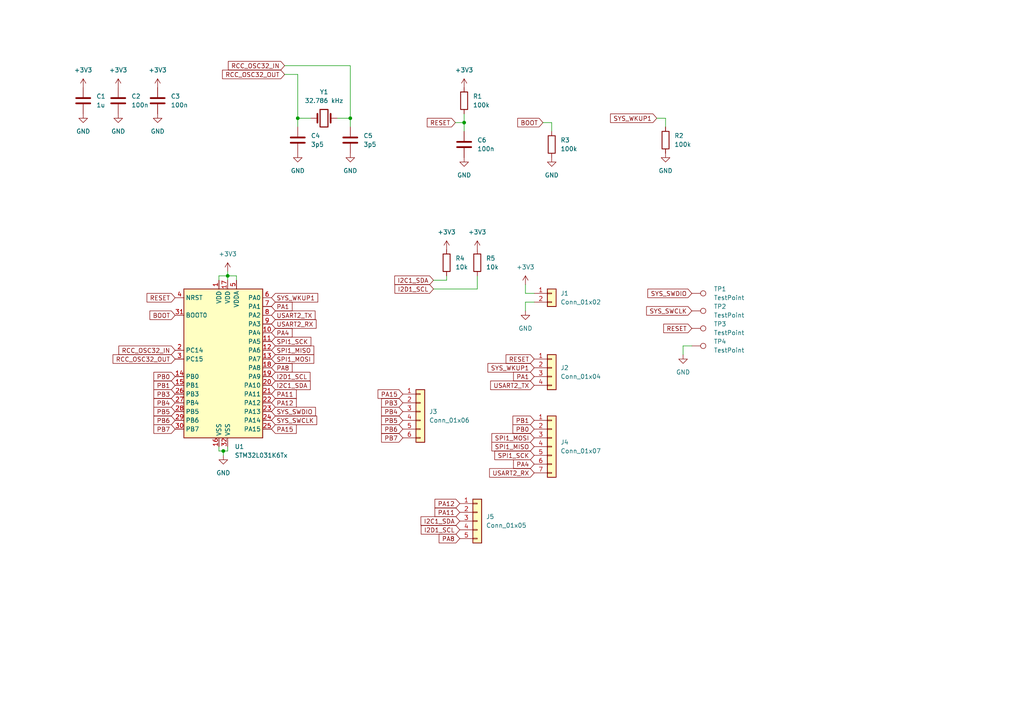
<source format=kicad_sch>
(kicad_sch (version 20211123) (generator eeschema)
  (paper "A4")
  (lib_symbols
    (symbol "Connector:TestPoint" (pin_numbers hide) (pin_names (offset 0.762) hide)
      (property "Reference" "TP" (at 0 6.858 0))
      (property "Value" "TestPoint" (at 0 5.08 0))
      (symbol "TestPoint_0_1"
        (circle (center 0 3.302) (radius 0.762))
      )
      (symbol "TestPoint_1_1"
        (pin passive line (at 0 0 90) (length 2.54) (name "1") (number "1"))
      )
    )
    (symbol "Connector_Generic:Conn_01x02" (pin_names (offset 1.016) hide)
      (property "Reference" "J" (at 0 2.54 0))
      (property "Value" "Conn_01x02" (at 0 -5.08 0))
      (symbol "Conn_01x02_1_1"
        (rectangle (start -1.27 -2.413) (end 0 -2.667) (stroke (width 0.1524)))
        (rectangle (start -1.27 0.127) (end 0 -0.127) (stroke (width 0.1524)))
        (rectangle (start -1.27 1.27) (end 1.27 -3.81) (stroke (width 0.254)) (fill (type background)))
        (pin passive line (at -5.08 0 0) (length 3.81) (name "Pin_1") (number "1"))
        (pin passive line (at -5.08 -2.54 0) (length 3.81) (name "Pin_2") (number "2"))
      )
    )
    (symbol "Connector_Generic:Conn_01x04" (pin_names (offset 1.016) hide)
      (property "Reference" "J" (at 0 5.08 0))
      (property "Value" "Conn_01x04" (at 0 -7.62 0))
      (symbol "Conn_01x04_1_1"
        (rectangle (start -1.27 -4.953) (end 0 -5.207) (stroke (width 0.1524)))
        (rectangle (start -1.27 -2.413) (end 0 -2.667) (stroke (width 0.1524)))
        (rectangle (start -1.27 0.127) (end 0 -0.127) (stroke (width 0.1524)))
        (rectangle (start -1.27 2.667) (end 0 2.413) (stroke (width 0.1524)))
        (rectangle (start -1.27 3.81) (end 1.27 -6.35) (stroke (width 0.254)) (fill (type background)))
        (pin passive line (at -5.08 2.54 0) (length 3.81) (name "Pin_1") (number "1"))
        (pin passive line (at -5.08 0 0) (length 3.81) (name "Pin_2") (number "2"))
        (pin passive line (at -5.08 -2.54 0) (length 3.81) (name "Pin_3") (number "3"))
        (pin passive line (at -5.08 -5.08 0) (length 3.81) (name "Pin_4") (number "4"))
      )
    )
    (symbol "Connector_Generic:Conn_01x05" (pin_names (offset 1.016) hide)
      (property "Reference" "J" (at 0 7.62 0))
      (property "Value" "Conn_01x05" (at 0 -7.62 0))
      (symbol "Conn_01x05_1_1"
        (rectangle (start -1.27 -4.953) (end 0 -5.207) (stroke (width 0.1524)))
        (rectangle (start -1.27 -2.413) (end 0 -2.667) (stroke (width 0.1524)))
        (rectangle (start -1.27 0.127) (end 0 -0.127) (stroke (width 0.1524)))
        (rectangle (start -1.27 2.667) (end 0 2.413) (stroke (width 0.1524)))
        (rectangle (start -1.27 5.207) (end 0 4.953) (stroke (width 0.1524)))
        (rectangle (start -1.27 6.35) (end 1.27 -6.35) (stroke (width 0.254)) (fill (type background)))
        (pin passive line (at -5.08 5.08 0) (length 3.81) (name "Pin_1") (number "1"))
        (pin passive line (at -5.08 2.54 0) (length 3.81) (name "Pin_2") (number "2"))
        (pin passive line (at -5.08 0 0) (length 3.81) (name "Pin_3") (number "3"))
        (pin passive line (at -5.08 -2.54 0) (length 3.81) (name "Pin_4") (number "4"))
        (pin passive line (at -5.08 -5.08 0) (length 3.81) (name "Pin_5") (number "5"))
      )
    )
    (symbol "Connector_Generic:Conn_01x06" (pin_names (offset 1.016) hide)
      (property "Reference" "J" (at 0 7.62 0))
      (property "Value" "Conn_01x06" (at 0 -10.16 0))
      (symbol "Conn_01x06_1_1"
        (rectangle (start -1.27 -7.493) (end 0 -7.747) (stroke (width 0.1524)))
        (rectangle (start -1.27 -4.953) (end 0 -5.207) (stroke (width 0.1524)))
        (rectangle (start -1.27 -2.413) (end 0 -2.667) (stroke (width 0.1524)))
        (rectangle (start -1.27 0.127) (end 0 -0.127) (stroke (width 0.1524)))
        (rectangle (start -1.27 2.667) (end 0 2.413) (stroke (width 0.1524)))
        (rectangle (start -1.27 5.207) (end 0 4.953) (stroke (width 0.1524)))
        (rectangle (start -1.27 6.35) (end 1.27 -8.89) (stroke (width 0.254)) (fill (type background)))
        (pin passive line (at -5.08 5.08 0) (length 3.81) (name "Pin_1") (number "1"))
        (pin passive line (at -5.08 2.54 0) (length 3.81) (name "Pin_2") (number "2"))
        (pin passive line (at -5.08 0 0) (length 3.81) (name "Pin_3") (number "3"))
        (pin passive line (at -5.08 -2.54 0) (length 3.81) (name "Pin_4") (number "4"))
        (pin passive line (at -5.08 -5.08 0) (length 3.81) (name "Pin_5") (number "5"))
        (pin passive line (at -5.08 -7.62 0) (length 3.81) (name "Pin_6") (number "6"))
      )
    )
    (symbol "Connector_Generic:Conn_01x07" (pin_names (offset 1.016) hide)
      (property "Reference" "J" (at 0 10.16 0))
      (property "Value" "Conn_01x07" (at 0 -10.16 0))
      (symbol "Conn_01x07_1_1"
        (rectangle (start -1.27 -7.493) (end 0 -7.747) (stroke (width 0.1524)))
        (rectangle (start -1.27 -4.953) (end 0 -5.207) (stroke (width 0.1524)))
        (rectangle (start -1.27 -2.413) (end 0 -2.667) (stroke (width 0.1524)))
        (rectangle (start -1.27 0.127) (end 0 -0.127) (stroke (width 0.1524)))
        (rectangle (start -1.27 2.667) (end 0 2.413) (stroke (width 0.1524)))
        (rectangle (start -1.27 5.207) (end 0 4.953) (stroke (width 0.1524)))
        (rectangle (start -1.27 7.747) (end 0 7.493) (stroke (width 0.1524)))
        (rectangle (start -1.27 8.89) (end 1.27 -8.89) (stroke (width 0.254)) (fill (type background)))
        (pin passive line (at -5.08 7.62 0) (length 3.81) (name "Pin_1") (number "1"))
        (pin passive line (at -5.08 5.08 0) (length 3.81) (name "Pin_2") (number "2"))
        (pin passive line (at -5.08 2.54 0) (length 3.81) (name "Pin_3") (number "3"))
        (pin passive line (at -5.08 0 0) (length 3.81) (name "Pin_4") (number "4"))
        (pin passive line (at -5.08 -2.54 0) (length 3.81) (name "Pin_5") (number "5"))
        (pin passive line (at -5.08 -5.08 0) (length 3.81) (name "Pin_6") (number "6"))
        (pin passive line (at -5.08 -7.62 0) (length 3.81) (name "Pin_7") (number "7"))
      )
    )
    (symbol "Device:C" (pin_numbers hide) (pin_names (offset 0.254))
      (property "Reference" "C" (at 0.635 2.54 0))
      (property "Value" "C" (at 0.635 -2.54 0))
      (symbol "C_0_1"
        (polyline (pts (xy -2.032 -0.762) (xy 2.032 -0.762)) (stroke (width 0.508)))
        (polyline (pts (xy -2.032 0.762) (xy 2.032 0.762)) (stroke (width 0.508)))
      )
      (symbol "C_1_1"
        (pin passive line (at 0 3.81 270) (length 2.794) (name "~") (number "1"))
        (pin passive line (at 0 -3.81 90) (length 2.794) (name "~") (number "2"))
      )
    )
    (symbol "Device:Crystal" (pin_numbers hide) (pin_names (offset 1.016) hide)
      (property "Reference" "Y" (at 0 3.81 0))
      (property "Value" "Crystal" (at 0 -3.81 0))
      (symbol "Crystal_0_1"
        (rectangle (start -1.143 2.54) (end 1.143 -2.54) (stroke (width 0.3048)))
        (polyline (pts (xy -2.54 0) (xy -1.905 0)))
        (polyline (pts (xy -1.905 -1.27) (xy -1.905 1.27)) (stroke (width 0.508)))
        (polyline (pts (xy 1.905 -1.27) (xy 1.905 1.27)) (stroke (width 0.508)))
        (polyline (pts (xy 2.54 0) (xy 1.905 0)))
      )
      (symbol "Crystal_1_1"
        (pin passive line (at -3.81 0 0) (length 1.27) (name "1") (number "1"))
        (pin passive line (at 3.81 0 180) (length 1.27) (name "2") (number "2"))
      )
    )
    (symbol "Device:R" (pin_numbers hide) (pin_names (offset 0))
      (property "Reference" "R" (at 2.032 0 90))
      (property "Value" "R" (at 0 0 90))
      (symbol "R_0_1"
        (rectangle (start -1.016 -2.54) (end 1.016 2.54) (stroke (width 0.254)))
      )
      (symbol "R_1_1"
        (pin passive line (at 0 3.81 270) (length 1.27) (name "~") (number "1"))
        (pin passive line (at 0 -3.81 90) (length 1.27) (name "~") (number "2"))
      )
    )
    (symbol "MCU_ST_STM32L0:STM32L031K6Tx"
      (property "Reference" "U" (at -12.7 21.59 0))
      (property "Value" "STM32L031K6Tx" (at 5.08 21.59 0))
      (symbol "STM32L031K6Tx_0_1"
        (rectangle (start -12.7 -22.86) (end 10.16 20.32) (stroke (width 0.254)) (fill (type background)))
      )
      (symbol "STM32L031K6Tx_1_1"
        (pin power_in line (at -2.54 22.86 270) (length 2.54) (name "VDD") (number "1"))
        (pin bidirectional line (at 12.7 7.62 180) (length 2.54) (name "PA4") (number "10"))
        (pin bidirectional line (at 12.7 5.08 180) (length 2.54) (name "PA5") (number "11"))
        (pin bidirectional line (at 12.7 2.54 180) (length 2.54) (name "PA6") (number "12"))
        (pin bidirectional line (at 12.7 0 180) (length 2.54) (name "PA7") (number "13"))
        (pin bidirectional line (at -15.24 -5.08 0) (length 2.54) (name "PB0") (number "14"))
        (pin bidirectional line (at -15.24 -7.62 0) (length 2.54) (name "PB1") (number "15"))
        (pin power_in line (at -2.54 -25.4 90) (length 2.54) (name "VSS") (number "16"))
        (pin power_in line (at 0 22.86 270) (length 2.54) (name "VDD") (number "17"))
        (pin bidirectional line (at 12.7 -2.54 180) (length 2.54) (name "PA8") (number "18"))
        (pin bidirectional line (at 12.7 -5.08 180) (length 2.54) (name "PA9") (number "19"))
        (pin bidirectional line (at -15.24 2.54 0) (length 2.54) (name "PC14") (number "2"))
        (pin bidirectional line (at 12.7 -7.62 180) (length 2.54) (name "PA10") (number "20"))
        (pin bidirectional line (at 12.7 -10.16 180) (length 2.54) (name "PA11") (number "21"))
        (pin bidirectional line (at 12.7 -12.7 180) (length 2.54) (name "PA12") (number "22"))
        (pin bidirectional line (at 12.7 -15.24 180) (length 2.54) (name "PA13") (number "23"))
        (pin bidirectional line (at 12.7 -17.78 180) (length 2.54) (name "PA14") (number "24"))
        (pin bidirectional line (at 12.7 -20.32 180) (length 2.54) (name "PA15") (number "25"))
        (pin bidirectional line (at -15.24 -10.16 0) (length 2.54) (name "PB3") (number "26"))
        (pin bidirectional line (at -15.24 -12.7 0) (length 2.54) (name "PB4") (number "27"))
        (pin bidirectional line (at -15.24 -15.24 0) (length 2.54) (name "PB5") (number "28"))
        (pin bidirectional line (at -15.24 -17.78 0) (length 2.54) (name "PB6") (number "29"))
        (pin bidirectional line (at -15.24 0 0) (length 2.54) (name "PC15") (number "3"))
        (pin bidirectional line (at -15.24 -20.32 0) (length 2.54) (name "PB7") (number "30"))
        (pin input line (at -15.24 12.7 0) (length 2.54) (name "BOOT0") (number "31"))
        (pin power_in line (at 0 -25.4 90) (length 2.54) (name "VSS") (number "32"))
        (pin input line (at -15.24 17.78 0) (length 2.54) (name "NRST") (number "4"))
        (pin power_in line (at 2.54 22.86 270) (length 2.54) (name "VDDA") (number "5"))
        (pin bidirectional line (at 12.7 17.78 180) (length 2.54) (name "PA0") (number "6"))
        (pin bidirectional line (at 12.7 15.24 180) (length 2.54) (name "PA1") (number "7"))
        (pin bidirectional line (at 12.7 12.7 180) (length 2.54) (name "PA2") (number "8"))
        (pin bidirectional line (at 12.7 10.16 180) (length 2.54) (name "PA3") (number "9"))
      )
    )
    (symbol "power:+3V3" (power) (pin_names (offset 0))
      (property "Value" "+3V3" (at 0 3.556 0))
      (symbol "+3V3_0_1"
        (polyline (pts (xy -0.762 1.27) (xy 0 2.54)))
        (polyline (pts (xy 0 0) (xy 0 2.54)))
        (polyline (pts (xy 0 2.54) (xy 0.762 1.27)))
      )
      (symbol "+3V3_1_1"
        (pin power_in line (at 0 0 90) (length 0) hide (name "+3V3") (number "1"))
      )
    )
    (symbol "power:GND" (power) (pin_names (offset 0))
      (property "Value" "GND" (at 0 -3.81 0))
      (symbol "GND_0_1"
        (polyline (pts (xy 0 0) (xy 0 -1.27) (xy 1.27 -1.27) (xy 0 -2.54) (xy -1.27 -1.27) (xy 0 -1.27)))
      )
      (symbol "GND_1_1"
        (pin power_in line (at 0 0 270) (length 0) hide (name "GND") (number "1"))
      )
    )
  )
  (junction (at 86.36 34.29))
  (junction (at 101.6 34.29))
  (junction (at 64.77 130.81))
  (junction (at 66.04 80.01))
  (junction (at 134.62 35.56))
  (wire (pts (xy 125.73 81.28) (xy 129.54 81.28)))
  (wire (pts (xy 152.4 85.09) (xy 152.4 82.55)))
  (wire (pts (xy 97.79 34.29) (xy 101.6 34.29)))
  (wire (pts (xy 134.62 35.56) (xy 134.62 33.02)))
  (wire (pts (xy 190.5 34.29) (xy 193.04 34.29)))
  (wire (pts (xy 64.77 130.81) (xy 66.04 130.81)))
  (wire (pts (xy 198.12 102.87) (xy 198.12 100.33)))
  (wire (pts (xy 86.36 34.29) (xy 86.36 36.83)))
  (wire (pts (xy 154.94 85.09) (xy 152.4 85.09)))
  (wire (pts (xy 132.08 35.56) (xy 134.62 35.56)))
  (wire (pts (xy 63.5 130.81) (xy 63.5 129.54)))
  (wire (pts (xy 101.6 36.83) (xy 101.6 34.29)))
  (wire (pts (xy 63.5 80.01) (xy 63.5 81.28)))
  (wire (pts (xy 66.04 130.81) (xy 66.04 129.54)))
  (wire (pts (xy 86.36 21.59) (xy 86.36 34.29)))
  (wire (pts (xy 82.55 21.59) (xy 86.36 21.59)))
  (wire (pts (xy 157.48 35.56) (xy 160.02 35.56)))
  (wire (pts (xy 66.04 81.28) (xy 66.04 80.01)))
  (wire (pts (xy 134.62 35.56) (xy 134.62 38.1)))
  (wire (pts (xy 82.55 19.05) (xy 101.6 19.05)))
  (wire (pts (xy 66.04 80.01) (xy 63.5 80.01)))
  (wire (pts (xy 125.73 83.82) (xy 138.43 83.82)))
  (wire (pts (xy 138.43 83.82) (xy 138.43 80.01)))
  (wire (pts (xy 64.77 130.81) (xy 63.5 130.81)))
  (wire (pts (xy 198.12 100.33) (xy 200.66 100.33)))
  (wire (pts (xy 66.04 80.01) (xy 66.04 78.74)))
  (wire (pts (xy 129.54 81.28) (xy 129.54 80.01)))
  (wire (pts (xy 66.04 80.01) (xy 68.58 80.01)))
  (wire (pts (xy 90.17 34.29) (xy 86.36 34.29)))
  (wire (pts (xy 160.02 35.56) (xy 160.02 38.1)))
  (wire (pts (xy 193.04 34.29) (xy 193.04 36.83)))
  (wire (pts (xy 101.6 19.05) (xy 101.6 34.29)))
  (wire (pts (xy 152.4 90.17) (xy 152.4 87.63)))
  (wire (pts (xy 152.4 87.63) (xy 154.94 87.63)))
  (wire (pts (xy 64.77 132.08) (xy 64.77 130.81)))
  (wire (pts (xy 68.58 81.28) (xy 68.58 80.01)))
  (global_label "SPI1_MISO" (shape input) (at 78.74 101.6 0) (property "Intersheet References" "${INTERSHEET_REFS}" (effects hide)))
  (global_label "PA1" (shape input) (at 78.74 88.9 0) (property "Intersheet References" "${INTERSHEET_REFS}" (effects hide)))
  (global_label "I2C1_SDA" (shape input) (at 78.74 111.76 0) (property "Intersheet References" "${INTERSHEET_REFS}" (effects hide)))
  (global_label "SYS_WKUP1" (shape input) (at 78.74 86.36 0) (property "Intersheet References" "${INTERSHEET_REFS}" (effects hide)))
  (global_label "PB5" (shape input) (at 116.84 121.92 180) (property "Intersheet References" "${INTERSHEET_REFS}" (effects hide)))
  (global_label "PB1" (shape input) (at 50.8 111.76 180) (property "Intersheet References" "${INTERSHEET_REFS}" (effects hide)))
  (global_label "USART2_TX" (shape input) (at 78.74 91.44 0) (property "Intersheet References" "${INTERSHEET_REFS}" (effects hide)))
  (global_label "PB6" (shape input) (at 116.84 124.46 180) (property "Intersheet References" "${INTERSHEET_REFS}" (effects hide)))
  (global_label "PB6" (shape input) (at 50.8 121.92 180) (property "Intersheet References" "${INTERSHEET_REFS}" (effects hide)))
  (global_label "PA15" (shape input) (at 116.84 114.3 180) (property "Intersheet References" "${INTERSHEET_REFS}" (effects hide)))
  (global_label "PA12" (shape input) (at 78.74 116.84 0) (property "Intersheet References" "${INTERSHEET_REFS}" (effects hide)))
  (global_label "PA4" (shape input) (at 78.74 96.52 0) (property "Intersheet References" "${INTERSHEET_REFS}" (effects hide)))
  (global_label "PB4" (shape input) (at 116.84 119.38 180) (property "Intersheet References" "${INTERSHEET_REFS}" (effects hide)))
  (global_label "SPI1_SCK" (shape input) (at 78.74 99.06 0) (property "Intersheet References" "${INTERSHEET_REFS}" (effects hide)))
  (global_label "RCC_OSC32_OUT" (shape input) (at 82.55 21.59 180) (property "Intersheet References" "${INTERSHEET_REFS}" (effects hide)))
  (global_label "PA8" (shape input) (at 133.35 156.21 180) (property "Intersheet References" "${INTERSHEET_REFS}" (effects hide)))
  (global_label "PB7" (shape input) (at 50.8 124.46 180) (property "Intersheet References" "${INTERSHEET_REFS}" (effects hide)))
  (global_label "PA12" (shape input) (at 133.35 146.05 180) (property "Intersheet References" "${INTERSHEET_REFS}" (effects hide)))
  (global_label "PA11" (shape input) (at 133.35 148.59 180) (property "Intersheet References" "${INTERSHEET_REFS}" (effects hide)))
  (global_label "I2D1_SCL" (shape input) (at 78.74 109.22 0) (property "Intersheet References" "${INTERSHEET_REFS}" (effects hide)))
  (global_label "SYS_SWDIO" (shape input) (at 78.74 119.38 0) (property "Intersheet References" "${INTERSHEET_REFS}" (effects hide)))
  (global_label "PB0" (shape input) (at 50.8 109.22 180) (property "Intersheet References" "${INTERSHEET_REFS}" (effects hide)))
  (global_label "SPI1_MOSI" (shape input) (at 78.74 104.14 0) (property "Intersheet References" "${INTERSHEET_REFS}" (effects hide)))
  (global_label "USART2_RX" (shape input) (at 154.94 137.16 180) (property "Intersheet References" "${INTERSHEET_REFS}" (effects hide)))
  (global_label "RESET" (shape input) (at 154.94 104.14 180) (property "Intersheet References" "${INTERSHEET_REFS}" (effects hide)))
  (global_label "USART2_TX" (shape input) (at 154.94 111.76 180) (property "Intersheet References" "${INTERSHEET_REFS}" (effects hide)))
  (global_label "RESET" (shape input) (at 200.66 95.25 180) (property "Intersheet References" "${INTERSHEET_REFS}" (effects hide)))
  (global_label "PB3" (shape input) (at 50.8 114.3 180) (property "Intersheet References" "${INTERSHEET_REFS}" (effects hide)))
  (global_label "SYS_SWCLK" (shape input) (at 200.66 90.17 180) (property "Intersheet References" "${INTERSHEET_REFS}" (effects hide)))
  (global_label "PA4" (shape input) (at 154.94 134.62 180) (property "Intersheet References" "${INTERSHEET_REFS}" (effects hide)))
  (global_label "SPI1_MISO" (shape input) (at 154.94 129.54 180) (property "Intersheet References" "${INTERSHEET_REFS}" (effects hide)))
  (global_label "PB3" (shape input) (at 116.84 116.84 180) (property "Intersheet References" "${INTERSHEET_REFS}" (effects hide)))
  (global_label "SYS_SWDIO" (shape input) (at 200.66 85.09 180) (property "Intersheet References" "${INTERSHEET_REFS}" (effects hide)))
  (global_label "BOOT" (shape input) (at 157.48 35.56 180) (property "Intersheet References" "${INTERSHEET_REFS}" (effects hide)))
  (global_label "I2D1_SCL" (shape input) (at 125.73 83.82 180) (property "Intersheet References" "${INTERSHEET_REFS}" (effects hide)))
  (global_label "SYS_WKUP1" (shape input) (at 154.94 106.68 180) (property "Intersheet References" "${INTERSHEET_REFS}" (effects hide)))
  (global_label "PB5" (shape input) (at 50.8 119.38 180) (property "Intersheet References" "${INTERSHEET_REFS}" (effects hide)))
  (global_label "RESET" (shape input) (at 132.08 35.56 180) (property "Intersheet References" "${INTERSHEET_REFS}" (effects hide)))
  (global_label "RCC_OSC32_OUT" (shape input) (at 50.8 104.14 180) (property "Intersheet References" "${INTERSHEET_REFS}" (effects hide)))
  (global_label "I2D1_SCL" (shape input) (at 133.35 153.67 180) (property "Intersheet References" "${INTERSHEET_REFS}" (effects hide)))
  (global_label "SPI1_SCK" (shape input) (at 154.94 132.08 180) (property "Intersheet References" "${INTERSHEET_REFS}" (effects hide)))
  (global_label "SYS_WKUP1" (shape input) (at 190.5 34.29 180) (property "Intersheet References" "${INTERSHEET_REFS}" (effects hide)))
  (global_label "BOOT" (shape input) (at 50.8 91.44 180) (property "Intersheet References" "${INTERSHEET_REFS}" (effects hide)))
  (global_label "PA11" (shape input) (at 78.74 114.3 0) (property "Intersheet References" "${INTERSHEET_REFS}" (effects hide)))
  (global_label "RESET" (shape input) (at 50.8 86.36 180) (property "Intersheet References" "${INTERSHEET_REFS}" (effects hide)))
  (global_label "RCC_OSC32_IN" (shape input) (at 82.55 19.05 180) (property "Intersheet References" "${INTERSHEET_REFS}" (effects hide)))
  (global_label "SPI1_MOSI" (shape input) (at 154.94 127 180) (property "Intersheet References" "${INTERSHEET_REFS}" (effects hide)))
  (global_label "PB0" (shape input) (at 154.94 124.46 180) (property "Intersheet References" "${INTERSHEET_REFS}" (effects hide)))
  (global_label "PA15" (shape input) (at 78.74 124.46 0) (property "Intersheet References" "${INTERSHEET_REFS}" (effects hide)))
  (global_label "PA1" (shape input) (at 154.94 109.22 180) (property "Intersheet References" "${INTERSHEET_REFS}" (effects hide)))
  (global_label "SYS_SWCLK" (shape input) (at 78.74 121.92 0) (property "Intersheet References" "${INTERSHEET_REFS}" (effects hide)))
  (global_label "USART2_RX" (shape input) (at 78.74 93.98 0) (property "Intersheet References" "${INTERSHEET_REFS}" (effects hide)))
  (global_label "PB7" (shape input) (at 116.84 127 180) (property "Intersheet References" "${INTERSHEET_REFS}" (effects hide)))
  (global_label "PB1" (shape input) (at 154.94 121.92 180) (property "Intersheet References" "${INTERSHEET_REFS}" (effects hide)))
  (global_label "RCC_OSC32_IN" (shape input) (at 50.8 101.6 180) (property "Intersheet References" "${INTERSHEET_REFS}" (effects hide)))
  (global_label "I2C1_SDA" (shape input) (at 125.73 81.28 180) (property "Intersheet References" "${INTERSHEET_REFS}" (effects hide)))
  (global_label "PB4" (shape input) (at 50.8 116.84 180) (property "Intersheet References" "${INTERSHEET_REFS}" (effects hide)))
  (global_label "PA8" (shape input) (at 78.74 106.68 0) (property "Intersheet References" "${INTERSHEET_REFS}" (effects hide)))
  (global_label "I2C1_SDA" (shape input) (at 133.35 151.13 180) (property "Intersheet References" "${INTERSHEET_REFS}" (effects hide)))
  (symbol (lib_id "power:GND") (at 160.02 45.72 0) (unit 1)
    (property "Reference" "#PWR0114" (effects hide))
    (property "Value" "GND" (at 160.02 50.8 0))
  )
  (symbol (lib_id "power:+3V3") (at 152.4 82.55 0) (unit 1)
    (property "Reference" "#PWR0115" (effects hide))
    (property "Value" "+3V3" (at 152.4 77.47 0))
  )
  (symbol (lib_id "power:GND") (at 86.36 44.45 0) (unit 1)
    (property "Reference" "#PWR0103" (effects hide))
    (property "Value" "GND" (at 86.36 49.53 0))
  )
  (symbol (lib_id "Device:R") (at 138.43 76.2 0) (unit 1)
    (property "Reference" "R5" (at 140.97 74.9299 0) (effects (justify left)))
    (property "Value" "10k" (at 140.97 77.4699 0) (effects (justify left)))
    (property "Footprint" "Resistor_SMD:R_0603_1608Metric" (effects hide))
  )
  (symbol (lib_id "power:GND") (at 64.77 132.08 0) (unit 1)
    (property "Reference" "#PWR0106" (effects hide))
    (property "Value" "GND" (at 64.77 137.16 0))
  )
  (symbol (lib_id "power:GND") (at 134.62 45.72 0) (unit 1)
    (property "Reference" "#PWR0101" (effects hide))
    (property "Value" "GND" (at 134.62 50.8 0))
  )
  (symbol (lib_id "Device:R") (at 193.04 40.64 0) (unit 1)
    (property "Reference" "R2" (at 195.58 39.3699 0) (effects (justify left)))
    (property "Value" "100k" (at 195.58 41.9099 0) (effects (justify left)))
    (property "Footprint" "Resistor_SMD:R_0603_1608Metric" (effects hide))
  )
  (symbol (lib_id "Connector:TestPoint") (at 200.66 85.09 270) (unit 1)
    (property "Reference" "TP1" (at 207.01 83.82 90) (effects (justify left)))
    (property "Value" "TestPoint" (at 207.01 86.36 90) (effects (justify left)))
    (property "Footprint" "TestPoint:TestPoint_Pad_D1.5mm" (effects hide))
  )
  (symbol (lib_id "power:GND") (at 101.6 44.45 0) (unit 1)
    (property "Reference" "#PWR0102" (effects hide))
    (property "Value" "GND" (at 101.6 49.53 0))
  )
  (symbol (lib_id "Connector_Generic:Conn_01x02") (at 160.02 85.09 0) (unit 1)
    (property "Reference" "J1" (at 162.56 85.0899 0) (effects (justify left)))
    (property "Value" "Conn_01x02" (at 162.56 87.6299 0) (effects (justify left)))
    (property "Footprint" "Connector_PinSocket_2.54mm:PinSocket_1x02_P2.54mm_Vertical" (effects hide))
  )
  (symbol (lib_id "MCU_ST_STM32L0:STM32L031K6Tx") (at 66.04 104.14 0) (unit 1)
    (property "Reference" "U1" (at 68.0594 129.54 0) (effects (justify left)))
    (property "Value" "STM32L031K6Tx" (at 68.0594 132.08 0) (effects (justify left)))
    (property "Footprint" "Package_QFP:LQFP-32_7x7mm_P0.8mm" (effects hide))
    (property "Datasheet" "http://www.st.com/st-web-ui/static/active/en/resource/technical/document/datasheet/DM00140359.pdf" (effects hide))
  )
  (symbol (lib_id "power:GND") (at 34.29 33.02 0) (unit 1)
    (property "Reference" "#PWR0109" (effects hide))
    (property "Value" "GND" (at 34.29 38.1 0))
  )
  (symbol (lib_id "power:GND") (at 198.12 102.87 0) (unit 1)
    (property "Reference" "#PWR0117" (effects hide))
    (property "Value" "GND" (at 198.12 107.95 0))
  )
  (symbol (lib_id "Connector:TestPoint") (at 200.66 100.33 270) (unit 1)
    (property "Reference" "TP4" (at 207.01 99.06 90) (effects (justify left)))
    (property "Value" "TestPoint" (at 207.01 101.6 90) (effects (justify left)))
    (property "Footprint" "TestPoint:TestPoint_Pad_D1.5mm" (effects hide))
  )
  (symbol (lib_id "Connector:TestPoint") (at 200.66 95.25 270) (unit 1)
    (property "Reference" "TP3" (at 207.01 93.98 90) (effects (justify left)))
    (property "Value" "TestPoint" (at 207.01 96.52 90) (effects (justify left)))
    (property "Footprint" "TestPoint:TestPoint_Pad_D1.5mm" (effects hide))
  )
  (symbol (lib_id "power:+3V3") (at 138.43 72.39 0) (unit 1)
    (property "Reference" "#PWR?" (effects hide))
    (property "Value" "+3V3" (at 138.43 67.31 0))
  )
  (symbol (lib_id "power:GND") (at 193.04 44.45 0) (unit 1)
    (property "Reference" "#PWR0118" (effects hide))
    (property "Value" "GND" (at 193.04 49.53 0))
  )
  (symbol (lib_id "power:GND") (at 24.13 33.02 0) (unit 1)
    (property "Reference" "#PWR0108" (effects hide))
    (property "Value" "GND" (at 24.13 38.1 0))
  )
  (symbol (lib_id "Connector_Generic:Conn_01x05") (at 138.43 151.13 0) (unit 1)
    (property "Reference" "J5" (at 140.97 149.8599 0) (effects (justify left)))
    (property "Value" "Conn_01x05" (at 140.97 152.3999 0) (effects (justify left)))
    (property "Footprint" "Connector_PinSocket_1.27mm:PinSocket_1x05_P1.27mm_Vertical" (effects hide))
  )
  (symbol (lib_id "Device:C") (at 101.6 40.64 0) (unit 1)
    (property "Reference" "C5" (at 105.41 39.3699 0) (effects (justify left)))
    (property "Value" "3p5" (at 105.41 41.9099 0) (effects (justify left)))
    (property "Footprint" "Capacitor_SMD:C_0402_1005Metric" (effects hide))
  )
  (symbol (lib_id "power:+3V3") (at 134.62 25.4 0) (unit 1)
    (property "Reference" "#PWR0104" (effects hide))
    (property "Value" "+3V3" (at 134.62 20.32 0))
  )
  (symbol (lib_id "Device:C") (at 34.29 29.21 0) (unit 1)
    (property "Reference" "C2" (at 38.1 27.9399 0) (effects (justify left)))
    (property "Value" "100n" (at 38.1 30.4799 0) (effects (justify left)))
    (property "Footprint" "Capacitor_SMD:C_0603_1608Metric" (effects hide))
  )
  (symbol (lib_id "Connector:TestPoint") (at 200.66 90.17 270) (unit 1)
    (property "Reference" "TP2" (at 207.01 88.9 90) (effects (justify left)))
    (property "Value" "TestPoint" (at 207.01 91.44 90) (effects (justify left)))
    (property "Footprint" "TestPoint:TestPoint_Pad_D1.5mm" (effects hide))
  )
  (symbol (lib_id "power:GND") (at 152.4 90.17 0) (unit 1)
    (property "Reference" "#PWR0116" (effects hide))
    (property "Value" "GND" (at 152.4 95.25 0))
  )
  (symbol (lib_id "power:+3V3") (at 66.04 78.74 0) (unit 1)
    (property "Reference" "#PWR0107" (effects hide))
    (property "Value" "+3V3" (at 66.04 73.66 0))
  )
  (symbol (lib_id "Connector_Generic:Conn_01x06") (at 121.92 119.38 0) (unit 1)
    (property "Reference" "J3" (at 124.46 119.3799 0) (effects (justify left)))
    (property "Value" "Conn_01x06" (at 124.46 121.9199 0) (effects (justify left)))
    (property "Footprint" "Connector_PinSocket_1.27mm:PinSocket_1x06_P1.27mm_Vertical" (effects hide))
  )
  (symbol (lib_id "power:+3V3") (at 34.29 25.4 0) (unit 1)
    (property "Reference" "#PWR0111" (effects hide))
    (property "Value" "+3V3" (at 34.29 20.32 0))
  )
  (symbol (lib_id "Device:C") (at 24.13 29.21 0) (unit 1)
    (property "Reference" "C1" (at 27.94 27.9399 0) (effects (justify left)))
    (property "Value" "1u" (at 27.94 30.4799 0) (effects (justify left)))
    (property "Footprint" "Capacitor_SMD:C_0603_1608Metric" (effects hide))
  )
  (symbol (lib_id "Device:R") (at 134.62 29.21 0) (unit 1)
    (property "Reference" "R1" (at 137.16 27.9399 0) (effects (justify left)))
    (property "Value" "100k" (at 137.16 30.4799 0) (effects (justify left)))
    (property "Footprint" "Resistor_SMD:R_0603_1608Metric" (effects hide))
  )
  (symbol (lib_id "Device:R") (at 129.54 76.2 0) (unit 1)
    (property "Reference" "R4" (at 132.08 74.9299 0) (effects (justify left)))
    (property "Value" "10k" (at 132.08 77.4699 0) (effects (justify left)))
    (property "Footprint" "Resistor_SMD:R_0603_1608Metric" (effects hide))
  )
  (symbol (lib_id "Device:C") (at 134.62 41.91 0) (unit 1)
    (property "Reference" "C6" (at 138.43 40.6399 0) (effects (justify left)))
    (property "Value" "100n" (at 138.43 43.1799 0) (effects (justify left)))
    (property "Footprint" "Capacitor_SMD:C_0603_1608Metric" (effects hide))
  )
  (symbol (lib_id "Device:R") (at 160.02 41.91 0) (unit 1)
    (property "Reference" "R3" (at 162.56 40.6399 0) (effects (justify left)))
    (property "Value" "100k" (at 162.56 43.1799 0) (effects (justify left)))
    (property "Footprint" "Resistor_SMD:R_0603_1608Metric" (effects hide))
  )
  (symbol (lib_id "Device:C") (at 86.36 40.64 0) (unit 1)
    (property "Reference" "C4" (at 90.17 39.3699 0) (effects (justify left)))
    (property "Value" "3p5" (at 90.17 41.9099 0) (effects (justify left)))
    (property "Footprint" "Capacitor_SMD:C_0402_1005Metric" (effects hide))
  )
  (symbol (lib_id "Connector_Generic:Conn_01x07") (at 160.02 129.54 0) (unit 1)
    (property "Reference" "J4" (at 162.56 128.2699 0) (effects (justify left)))
    (property "Value" "Conn_01x07" (at 162.56 130.8099 0) (effects (justify left)))
    (property "Footprint" "Connector_PinSocket_1.27mm:PinSocket_1x07_P1.27mm_Vertical" (effects hide))
  )
  (symbol (lib_id "Device:Crystal") (at 93.98 34.29 0) (unit 1)
    (property "Reference" "Y1" (at 93.98 26.67 0))
    (property "Value" "32.786 kHz" (at 93.98 29.21 0))
  )
  (symbol (lib_id "Device:C") (at 45.72 29.21 0) (unit 1)
    (property "Reference" "C3" (at 49.53 27.9399 0) (effects (justify left)))
    (property "Value" "100n" (at 49.53 30.4799 0) (effects (justify left)))
    (property "Footprint" "Capacitor_SMD:C_0603_1608Metric" (effects hide))
  )
  (symbol (lib_id "power:GND") (at 45.72 33.02 0) (unit 1)
    (property "Reference" "#PWR0113" (effects hide))
    (property "Value" "GND" (at 45.72 38.1 0))
  )
  (symbol (lib_id "Connector_Generic:Conn_01x04") (at 160.02 106.68 0) (unit 1)
    (property "Reference" "J2" (at 162.56 106.6799 0) (effects (justify left)))
    (property "Value" "Conn_01x04" (at 162.56 109.2199 0) (effects (justify left)))
    (property "Footprint" "Connector_PinSocket_1.27mm:PinSocket_1x04_P1.27mm_Vertical" (effects hide))
  )
  (symbol (lib_id "power:+3V3") (at 45.72 25.4 0) (unit 1)
    (property "Reference" "#PWR0112" (effects hide))
    (property "Value" "+3V3" (at 45.72 20.32 0))
  )
  (symbol (lib_id "power:+3V3") (at 129.54 72.39 0) (unit 1)
    (property "Reference" "#PWR0105" (effects hide))
    (property "Value" "+3V3" (at 129.54 67.31 0))
  )
  (symbol (lib_id "power:+3V3") (at 24.13 25.4 0) (unit 1)
    (property "Reference" "#PWR0110" (effects hide))
    (property "Value" "+3V3" (at 24.13 20.32 0))
  )
)
</source>
